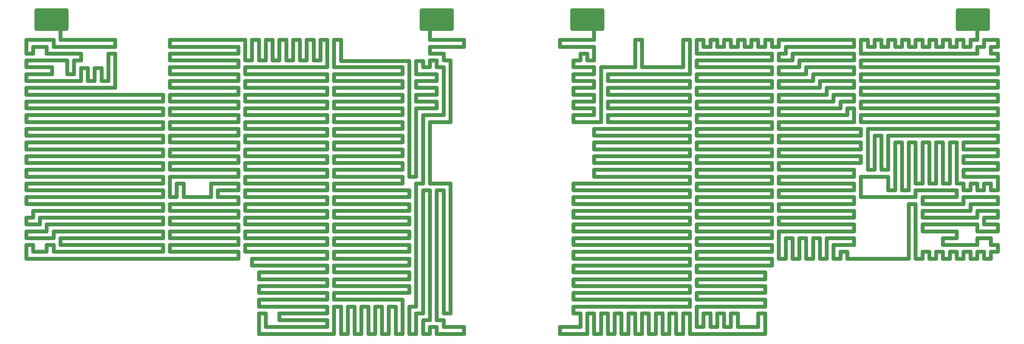
<source format=gtl>
G04 #@! TF.GenerationSoftware,KiCad,Pcbnew,(6.0.11-0)*
G04 #@! TF.CreationDate,2023-02-19T21:32:44+08:00*
G04 #@! TF.ProjectId,3.1HeatingElement,332e3148-6561-4746-996e-67456c656d65,rev?*
G04 #@! TF.SameCoordinates,Original*
G04 #@! TF.FileFunction,Copper,L1,Top*
G04 #@! TF.FilePolarity,Positive*
%FSLAX46Y46*%
G04 Gerber Fmt 4.6, Leading zero omitted, Abs format (unit mm)*
G04 Created by KiCad (PCBNEW (6.0.11-0)) date 2023-02-19 21:32:44*
%MOMM*%
%LPD*%
G01*
G04 APERTURE LIST*
G04 Aperture macros list*
%AMRoundRect*
0 Rectangle with rounded corners*
0 $1 Rounding radius*
0 $2 $3 $4 $5 $6 $7 $8 $9 X,Y pos of 4 corners*
0 Add a 4 corners polygon primitive as box body*
4,1,4,$2,$3,$4,$5,$6,$7,$8,$9,$2,$3,0*
0 Add four circle primitives for the rounded corners*
1,1,$1+$1,$2,$3*
1,1,$1+$1,$4,$5*
1,1,$1+$1,$6,$7*
1,1,$1+$1,$8,$9*
0 Add four rect primitives between the rounded corners*
20,1,$1+$1,$2,$3,$4,$5,0*
20,1,$1+$1,$4,$5,$6,$7,0*
20,1,$1+$1,$6,$7,$8,$9,0*
20,1,$1+$1,$8,$9,$2,$3,0*%
G04 Aperture macros list end*
G04 #@! TA.AperFunction,SMDPad,CuDef*
%ADD10RoundRect,0.600000X-3.900000X2.400000X-3.900000X-2.400000X3.900000X-2.400000X3.900000X2.400000X0*%
G04 #@! TD*
G04 #@! TA.AperFunction,Conductor*
%ADD11C,1.000000*%
G04 #@! TD*
G04 APERTURE END LIST*
D10*
X128200000Y-54400000D03*
X167800000Y-54400000D03*
X26800000Y-54400000D03*
X269200000Y-54400000D03*
D11*
X56200000Y-86800000D02*
X56200000Y-85000000D01*
X164200000Y-68800000D02*
X164200000Y-70600000D01*
X99400000Y-119200000D02*
X79600000Y-119200000D01*
X229000000Y-117400000D02*
X230800000Y-117400000D01*
X232600000Y-117400000D02*
X234400000Y-117400000D01*
X79600000Y-119200000D02*
X79600000Y-117400000D01*
X238000000Y-65200000D02*
X223600000Y-65200000D01*
X196600000Y-88600000D02*
X196600000Y-86800000D01*
X128200000Y-99400000D02*
X128200000Y-133600000D01*
X77800000Y-67000000D02*
X99400000Y-67000000D01*
X205600000Y-135400000D02*
X203800000Y-135400000D01*
X76000000Y-88600000D02*
X58000000Y-88600000D01*
X194800000Y-115600000D02*
X164200000Y-115600000D01*
X274000000Y-113800000D02*
X274000000Y-112000000D01*
X166000000Y-65200000D02*
X164200000Y-65200000D01*
X234400000Y-76000000D02*
X234400000Y-77800000D01*
X252400000Y-117400000D02*
X252400000Y-103000000D01*
X214600000Y-128200000D02*
X196600000Y-128200000D01*
X274000000Y-99400000D02*
X275800000Y-99400000D01*
X76000000Y-86800000D02*
X76000000Y-88600000D01*
X265000000Y-97600000D02*
X266800000Y-97600000D01*
X169600000Y-83200000D02*
X169600000Y-85000000D01*
X126400000Y-63400000D02*
X130000000Y-63400000D01*
X76000000Y-81400000D02*
X58000000Y-81400000D01*
X92200000Y-59800000D02*
X90400000Y-59800000D01*
X79600000Y-65200000D02*
X77800000Y-65200000D01*
X274000000Y-112000000D02*
X270400000Y-112000000D01*
X160600000Y-137200000D02*
X167800000Y-137200000D01*
X56200000Y-81400000D02*
X20200000Y-81400000D01*
X76000000Y-101200000D02*
X76000000Y-103000000D01*
X99400000Y-110200000D02*
X99400000Y-108400000D01*
X194800000Y-76000000D02*
X173200000Y-76000000D01*
X169600000Y-74200000D02*
X169600000Y-76000000D01*
X218200000Y-101200000D02*
X238000000Y-101200000D01*
X243400000Y-61600000D02*
X243400000Y-59800000D01*
X261400000Y-113800000D02*
X261400000Y-112000000D01*
X121000000Y-130000000D02*
X122800000Y-130000000D01*
X220000000Y-117400000D02*
X220000000Y-112000000D01*
X128200000Y-137200000D02*
X128200000Y-135400000D01*
X94000000Y-59800000D02*
X94000000Y-65200000D01*
X20200000Y-67000000D02*
X20200000Y-65200000D01*
X196600000Y-92200000D02*
X196600000Y-90400000D01*
X275800000Y-99400000D02*
X275800000Y-95800000D01*
X77800000Y-74200000D02*
X99400000Y-74200000D01*
X194800000Y-101200000D02*
X164200000Y-101200000D01*
X101200000Y-83200000D02*
X101200000Y-85000000D01*
X77800000Y-106600000D02*
X99400000Y-106600000D01*
X238000000Y-72400000D02*
X230800000Y-72400000D01*
X256000000Y-61600000D02*
X257800000Y-61600000D01*
X77800000Y-77800000D02*
X99400000Y-77800000D01*
X218200000Y-117400000D02*
X220000000Y-117400000D01*
X101200000Y-117400000D02*
X121000000Y-117400000D01*
X239800000Y-81400000D02*
X239800000Y-79600000D01*
X229000000Y-72400000D02*
X229000000Y-70600000D01*
X169600000Y-79600000D02*
X164200000Y-79600000D01*
X58000000Y-94000000D02*
X76000000Y-94000000D01*
X20200000Y-106600000D02*
X22000000Y-106600000D01*
X239800000Y-72400000D02*
X275800000Y-72400000D01*
X121000000Y-115600000D02*
X101200000Y-115600000D01*
X90400000Y-59800000D02*
X90400000Y-65200000D01*
X101200000Y-85000000D02*
X119200000Y-85000000D01*
X256000000Y-59800000D02*
X256000000Y-61600000D01*
X77800000Y-86800000D02*
X77800000Y-85000000D01*
X81400000Y-130000000D02*
X81400000Y-128200000D01*
X239800000Y-67000000D02*
X239800000Y-65200000D01*
X119200000Y-77800000D02*
X119200000Y-79600000D01*
X58000000Y-61600000D02*
X76000000Y-61600000D01*
X29200000Y-112000000D02*
X56200000Y-112000000D01*
X212800000Y-59800000D02*
X212800000Y-61600000D01*
X256000000Y-110200000D02*
X256000000Y-108400000D01*
X56200000Y-77800000D02*
X20200000Y-77800000D01*
X202000000Y-135400000D02*
X200200000Y-135400000D01*
X43600000Y-59800000D02*
X29200000Y-59800000D01*
X275800000Y-65200000D02*
X275800000Y-63400000D01*
X20200000Y-110200000D02*
X25600000Y-110200000D01*
X265000000Y-59800000D02*
X266800000Y-59800000D01*
X22000000Y-63400000D02*
X20200000Y-63400000D01*
X20200000Y-101200000D02*
X56200000Y-101200000D01*
X202000000Y-61600000D02*
X203800000Y-61600000D01*
X194800000Y-131800000D02*
X194800000Y-137200000D01*
X266800000Y-94000000D02*
X275800000Y-94000000D01*
X211000000Y-59800000D02*
X212800000Y-59800000D01*
X76000000Y-85000000D02*
X58000000Y-85000000D01*
X121000000Y-95800000D02*
X121000000Y-65366462D01*
X81400000Y-122800000D02*
X81400000Y-121000000D01*
X196600000Y-68800000D02*
X216400000Y-68800000D01*
X76000000Y-110200000D02*
X58000000Y-110200000D01*
X261400000Y-115600000D02*
X261400000Y-117400000D01*
X196600000Y-130000000D02*
X214600000Y-130000000D01*
X194800000Y-106600000D02*
X194800000Y-108400000D01*
X81400000Y-137200000D02*
X81400000Y-131800000D01*
X128200000Y-76000000D02*
X128200000Y-77800000D01*
X216400000Y-79600000D02*
X216400000Y-77800000D01*
X272200000Y-117400000D02*
X274000000Y-117400000D01*
X164200000Y-110200000D02*
X194800000Y-110200000D01*
X86800000Y-133600000D02*
X86800000Y-131800000D01*
X275800000Y-113800000D02*
X274000000Y-113800000D01*
X216400000Y-112000000D02*
X216400000Y-110200000D01*
X56200000Y-112000000D02*
X56200000Y-110200000D01*
X248800000Y-86800000D02*
X250600000Y-86800000D01*
X238000000Y-61600000D02*
X220000000Y-61600000D01*
X223600000Y-112000000D02*
X225400000Y-112000000D01*
X56200000Y-74200000D02*
X20200000Y-74200000D01*
X121000000Y-103000000D02*
X121000000Y-104800000D01*
X218200000Y-88600000D02*
X218200000Y-90400000D01*
X261400000Y-97600000D02*
X263200000Y-97600000D01*
X27400000Y-110200000D02*
X27400000Y-112000000D01*
X20200000Y-90400000D02*
X56200000Y-90400000D01*
X230800000Y-74200000D02*
X218200000Y-74200000D01*
X196600000Y-76000000D02*
X216400000Y-76000000D01*
X101200000Y-122800000D02*
X101200000Y-124600000D01*
X216400000Y-63400000D02*
X196600000Y-63400000D01*
X169600000Y-94000000D02*
X169600000Y-95800000D01*
X20200000Y-99400000D02*
X20200000Y-97600000D01*
X164200000Y-117400000D02*
X194800000Y-117400000D01*
X218200000Y-65200000D02*
X221800000Y-65200000D01*
X58000000Y-106600000D02*
X58000000Y-108400000D01*
X214600000Y-61600000D02*
X214600000Y-59800000D01*
X160600000Y-135400000D02*
X160600000Y-137200000D01*
X196600000Y-113800000D02*
X196600000Y-112000000D01*
X221800000Y-63400000D02*
X238000000Y-63400000D01*
X76000000Y-106600000D02*
X58000000Y-106600000D01*
X194800000Y-70600000D02*
X194800000Y-72400000D01*
X194800000Y-137200000D02*
X214600000Y-137200000D01*
X99400000Y-67000000D02*
X99400000Y-59800000D01*
X268600000Y-117400000D02*
X270400000Y-117400000D01*
X20200000Y-113800000D02*
X22000000Y-113800000D01*
X166000000Y-135400000D02*
X160600000Y-135400000D01*
X239800000Y-68800000D02*
X275800000Y-68800000D01*
X99400000Y-99400000D02*
X99400000Y-97600000D01*
X169600000Y-77800000D02*
X169600000Y-79600000D01*
X254200000Y-103000000D02*
X254200000Y-117400000D01*
X229000000Y-70600000D02*
X238000000Y-70600000D01*
X121000000Y-112000000D02*
X101200000Y-112000000D01*
X122800000Y-65366462D02*
X122800000Y-68800000D01*
X194800000Y-121000000D02*
X194800000Y-122800000D01*
X194800000Y-94000000D02*
X169600000Y-94000000D01*
X256000000Y-103000000D02*
X256000000Y-101200000D01*
X167800000Y-131800000D02*
X169600000Y-131800000D01*
X193000000Y-131800000D02*
X194800000Y-131800000D01*
X270400000Y-112000000D02*
X270400000Y-113800000D01*
X216400000Y-65200000D02*
X216400000Y-63400000D01*
X241600000Y-61600000D02*
X243400000Y-61600000D01*
X101200000Y-121000000D02*
X121000000Y-121000000D01*
X218200000Y-59800000D02*
X238000000Y-59800000D01*
X20200000Y-92200000D02*
X20200000Y-90400000D01*
X99400000Y-135400000D02*
X99400000Y-133600000D01*
X27400000Y-115600000D02*
X56200000Y-115600000D01*
X27400000Y-61600000D02*
X43600000Y-61600000D01*
X101200000Y-97600000D02*
X101200000Y-99400000D01*
X58000000Y-103000000D02*
X58000000Y-104800000D01*
X194800000Y-122800000D02*
X164200000Y-122800000D01*
X216400000Y-103000000D02*
X196600000Y-103000000D01*
X259600000Y-61600000D02*
X261400000Y-61600000D01*
X25600000Y-115600000D02*
X25600000Y-113800000D01*
X256000000Y-115600000D02*
X257800000Y-115600000D01*
X86800000Y-131800000D02*
X99400000Y-131800000D01*
X22000000Y-106600000D02*
X22000000Y-104800000D01*
X238000000Y-103000000D02*
X218200000Y-103000000D01*
X196600000Y-101200000D02*
X216400000Y-101200000D01*
X218200000Y-67000000D02*
X218200000Y-68800000D01*
X124600000Y-97600000D02*
X124600000Y-79600000D01*
X196600000Y-126400000D02*
X214600000Y-126400000D01*
X207400000Y-131800000D02*
X205600000Y-131800000D01*
X214600000Y-59800000D02*
X216400000Y-59800000D01*
X176800000Y-137200000D02*
X178600000Y-137200000D01*
X252400000Y-86800000D02*
X254200000Y-86800000D01*
X275800000Y-95800000D02*
X266800000Y-95800000D01*
X239800000Y-79600000D02*
X275800000Y-79600000D01*
X76000000Y-99400000D02*
X70600000Y-99400000D01*
X61600000Y-101200000D02*
X68800000Y-101200000D01*
X29200000Y-59800000D02*
X29200000Y-54400000D01*
X101200000Y-90400000D02*
X101200000Y-92200000D01*
X270400000Y-110200000D02*
X275800000Y-110200000D01*
X103000000Y-65376462D02*
X103000000Y-59800000D01*
X216400000Y-81400000D02*
X196600000Y-81400000D01*
X83200000Y-59800000D02*
X83200000Y-65200000D01*
X76000000Y-65200000D02*
X76000000Y-67000000D01*
X128200000Y-67000000D02*
X128200000Y-65200000D01*
X230800000Y-112000000D02*
X238000000Y-112000000D01*
X196600000Y-106600000D02*
X196600000Y-104800000D01*
X266800000Y-90400000D02*
X275800000Y-90400000D01*
X135400000Y-137200000D02*
X128200000Y-137200000D01*
X101200000Y-126400000D02*
X101200000Y-128200000D01*
X101200000Y-79600000D02*
X101200000Y-81400000D01*
X225400000Y-117400000D02*
X227200000Y-117400000D01*
X274000000Y-63400000D02*
X274000000Y-61600000D01*
X85000000Y-65200000D02*
X85000000Y-59800000D01*
X20200000Y-94000000D02*
X56200000Y-94000000D01*
X173200000Y-68800000D02*
X173200000Y-70600000D01*
X101200000Y-110200000D02*
X121000000Y-110200000D01*
X212800000Y-61600000D02*
X214600000Y-61600000D01*
X239800000Y-86800000D02*
X239800000Y-88600000D01*
X194800000Y-97600000D02*
X164200000Y-97600000D01*
X254200000Y-86800000D02*
X254200000Y-97600000D01*
X259600000Y-97600000D02*
X259600000Y-86800000D01*
X256000000Y-117400000D02*
X256000000Y-115600000D01*
X101200000Y-115600000D02*
X101200000Y-117400000D01*
X261400000Y-112000000D02*
X265000000Y-112000000D01*
X218200000Y-72400000D02*
X229000000Y-72400000D01*
X58000000Y-70600000D02*
X58000000Y-72400000D01*
X124600000Y-79600000D02*
X130000000Y-79600000D01*
X275800000Y-72400000D02*
X275800000Y-70600000D01*
X182200000Y-137200000D02*
X182200000Y-131800000D01*
X56200000Y-90400000D02*
X56200000Y-88600000D01*
X189400000Y-131800000D02*
X191200000Y-131800000D01*
X58000000Y-110200000D02*
X58000000Y-112000000D01*
X275800000Y-77800000D02*
X239800000Y-77800000D01*
X275800000Y-106600000D02*
X275800000Y-104800000D01*
X160600000Y-61600000D02*
X169600000Y-61600000D01*
X218200000Y-83200000D02*
X239800000Y-83200000D01*
X164200000Y-81400000D02*
X171400000Y-81400000D01*
X200200000Y-59800000D02*
X202000000Y-59800000D01*
X266800000Y-92200000D02*
X266800000Y-90400000D01*
X117400000Y-137200000D02*
X117400000Y-130000000D01*
X252400000Y-61600000D02*
X254200000Y-61600000D01*
X275800000Y-83200000D02*
X275800000Y-81400000D01*
X218200000Y-92200000D02*
X218200000Y-94000000D01*
X239800000Y-95800000D02*
X247000000Y-95800000D01*
X254200000Y-117400000D02*
X256000000Y-117400000D01*
X32800000Y-65200000D02*
X34600000Y-65200000D01*
X58000000Y-115600000D02*
X76000000Y-115600000D01*
X239800000Y-85000000D02*
X218200000Y-85000000D01*
X236200000Y-117400000D02*
X252400000Y-117400000D01*
X194800000Y-77800000D02*
X194800000Y-79600000D01*
X130000000Y-65200000D02*
X131800000Y-65200000D01*
X22000000Y-104800000D02*
X56200000Y-104800000D01*
X58000000Y-88600000D02*
X58000000Y-90400000D01*
X266800000Y-101200000D02*
X266800000Y-103000000D01*
X36400000Y-67229389D02*
X34600000Y-67229389D01*
X22000000Y-61600000D02*
X22000000Y-63400000D01*
X56200000Y-92200000D02*
X20200000Y-92200000D01*
X167800000Y-137200000D02*
X167800000Y-131800000D01*
X56200000Y-88600000D02*
X20200000Y-88600000D01*
X77800000Y-112000000D02*
X77800000Y-110200000D01*
X209200000Y-61600000D02*
X211000000Y-61600000D01*
X20200000Y-88600000D02*
X20200000Y-86800000D01*
X173200000Y-77800000D02*
X194800000Y-77800000D01*
X119200000Y-81400000D02*
X119200000Y-83200000D01*
X194800000Y-74200000D02*
X194800000Y-76000000D01*
X274000000Y-97600000D02*
X274000000Y-99400000D01*
X164200000Y-72400000D02*
X164200000Y-74200000D01*
X238000000Y-77800000D02*
X238000000Y-81400000D01*
X79600000Y-117400000D02*
X99400000Y-117400000D01*
X99400000Y-133600000D02*
X86800000Y-133600000D01*
X101200000Y-112000000D02*
X101200000Y-113800000D01*
X119200000Y-137200000D02*
X117400000Y-137200000D01*
X196600000Y-122800000D02*
X214600000Y-122800000D01*
X56200000Y-83200000D02*
X56200000Y-81400000D01*
X99400000Y-92200000D02*
X99400000Y-90400000D01*
X196600000Y-119200000D02*
X216400000Y-119200000D01*
X239800000Y-92200000D02*
X218200000Y-92200000D01*
X275800000Y-61600000D02*
X275800000Y-59800000D01*
X101200000Y-72400000D02*
X101200000Y-74200000D01*
X196600000Y-83200000D02*
X216400000Y-83200000D01*
X25600000Y-108400000D02*
X56200000Y-108400000D01*
X196600000Y-72400000D02*
X216400000Y-72400000D01*
X20200000Y-85000000D02*
X20200000Y-83200000D01*
X56200000Y-106600000D02*
X23800000Y-106600000D01*
X58000000Y-77800000D02*
X58000000Y-79600000D01*
X203800000Y-61600000D02*
X203800000Y-59800000D01*
X261400000Y-59800000D02*
X263200000Y-59800000D01*
X77800000Y-70600000D02*
X99400000Y-70600000D01*
X275800000Y-85000000D02*
X247000000Y-85000000D01*
X266800000Y-61600000D02*
X268600000Y-61600000D01*
X247000000Y-59800000D02*
X248800000Y-59800000D01*
X216400000Y-115600000D02*
X216400000Y-113800000D01*
X99400000Y-90400000D02*
X77800000Y-90400000D01*
X164200000Y-76000000D02*
X164200000Y-77800000D01*
X221800000Y-117400000D02*
X223600000Y-117400000D01*
X247000000Y-99400000D02*
X248800000Y-99400000D01*
X58000000Y-104800000D02*
X76000000Y-104800000D01*
X205600000Y-59800000D02*
X205600000Y-61600000D01*
X76000000Y-63400000D02*
X58000000Y-63400000D01*
X99400000Y-112000000D02*
X77800000Y-112000000D01*
X216400000Y-106600000D02*
X196600000Y-106600000D01*
X76000000Y-113800000D02*
X58000000Y-113800000D01*
X106600000Y-130000000D02*
X104800000Y-130000000D01*
X124600000Y-133600000D02*
X126400000Y-133600000D01*
X27006941Y-68800000D02*
X27006941Y-67000000D01*
X175000000Y-131800000D02*
X176800000Y-131800000D01*
X239800000Y-76000000D02*
X275800000Y-76000000D01*
X238000000Y-59800000D02*
X238000000Y-61600000D01*
X266800000Y-97600000D02*
X266800000Y-99400000D01*
X238000000Y-63400000D02*
X238000000Y-65200000D01*
X76000000Y-90400000D02*
X76000000Y-92200000D01*
X43600000Y-63400000D02*
X41800000Y-63400000D01*
X58000000Y-72400000D02*
X76000000Y-72400000D01*
X218200000Y-68800000D02*
X225400000Y-68800000D01*
X191200000Y-137200000D02*
X193000000Y-137200000D01*
X218200000Y-108400000D02*
X238000000Y-108400000D01*
X126400000Y-67000000D02*
X124600000Y-67000000D01*
X238000000Y-112000000D02*
X238000000Y-113800000D01*
X238000000Y-68800000D02*
X227200000Y-68800000D01*
X202000000Y-59800000D02*
X202000000Y-61600000D01*
X101200000Y-67000000D02*
X119200000Y-67000000D01*
X76000000Y-97600000D02*
X76000000Y-99400000D01*
X99400000Y-103000000D02*
X99400000Y-101200000D01*
X194800000Y-119200000D02*
X164200000Y-119200000D01*
X169600000Y-76000000D02*
X164200000Y-76000000D01*
X196600000Y-65200000D02*
X216400000Y-65200000D01*
X234400000Y-117400000D02*
X234400000Y-115600000D01*
X169600000Y-95800000D02*
X194800000Y-95800000D01*
X121000000Y-121000000D02*
X121000000Y-122800000D01*
X34600000Y-70600000D02*
X20200000Y-70600000D01*
X126400000Y-133600000D02*
X126400000Y-99400000D01*
X234400000Y-77800000D02*
X218200000Y-77800000D01*
X77800000Y-68800000D02*
X77800000Y-67000000D01*
X128200000Y-54400000D02*
X126400000Y-54400000D01*
X41800000Y-70600000D02*
X40000000Y-70600000D01*
X205600000Y-131800000D02*
X205600000Y-135400000D01*
X173200000Y-70600000D02*
X194800000Y-70600000D01*
X86800000Y-59800000D02*
X86800000Y-65200000D01*
X164200000Y-126400000D02*
X164200000Y-128200000D01*
X164200000Y-112000000D02*
X164200000Y-113800000D01*
X99400000Y-94000000D02*
X77800000Y-94000000D01*
X194800000Y-128200000D02*
X194800000Y-130000000D01*
X238000000Y-76000000D02*
X234400000Y-76000000D01*
X94000000Y-65200000D02*
X92200000Y-65200000D01*
X126400000Y-97600000D02*
X131800000Y-97600000D01*
X126400000Y-54400000D02*
X126400000Y-59800000D01*
X265000000Y-86800000D02*
X265000000Y-97600000D01*
X20200000Y-97600000D02*
X56200000Y-97600000D01*
X101200000Y-70600000D02*
X119200000Y-70600000D01*
X131800000Y-81400000D02*
X126400000Y-81400000D01*
X101200000Y-137200000D02*
X81400000Y-137200000D01*
X275800000Y-94000000D02*
X275800000Y-92200000D01*
X266800000Y-95800000D02*
X266800000Y-94000000D01*
X275800000Y-90400000D02*
X275800000Y-88600000D01*
X275800000Y-59800000D02*
X272200000Y-59800000D01*
X173200000Y-72400000D02*
X173200000Y-74200000D01*
X121000000Y-108400000D02*
X101200000Y-108400000D01*
X97600000Y-65200000D02*
X95800000Y-65200000D01*
X99400000Y-81400000D02*
X99400000Y-79600000D01*
X265000000Y-101200000D02*
X265000000Y-99400000D01*
X58000000Y-81400000D02*
X58000000Y-83200000D01*
X265000000Y-61600000D02*
X265000000Y-59800000D01*
X256000000Y-104800000D02*
X268600000Y-104800000D01*
X266800000Y-115600000D02*
X268600000Y-115600000D01*
X99400000Y-124600000D02*
X99400000Y-122800000D01*
X196600000Y-124600000D02*
X196600000Y-122800000D01*
X99400000Y-128200000D02*
X99400000Y-126400000D01*
X101200000Y-104800000D02*
X101200000Y-106600000D01*
X171400000Y-81400000D02*
X171400000Y-67000000D01*
X173200000Y-79600000D02*
X173200000Y-81400000D01*
X230800000Y-72400000D02*
X230800000Y-74200000D01*
X263200000Y-61600000D02*
X265000000Y-61600000D01*
X173200000Y-76000000D02*
X173200000Y-77800000D01*
X41800000Y-63400000D02*
X41800000Y-70600000D01*
X216400000Y-95800000D02*
X196600000Y-95800000D01*
X216400000Y-101200000D02*
X216400000Y-99400000D01*
X121000000Y-137200000D02*
X121000000Y-130000000D01*
X275800000Y-92200000D02*
X266800000Y-92200000D01*
X88600000Y-59800000D02*
X86800000Y-59800000D01*
X173200000Y-74200000D02*
X194800000Y-74200000D01*
X259600000Y-59800000D02*
X259600000Y-61600000D01*
X77800000Y-81400000D02*
X99400000Y-81400000D01*
X265000000Y-110200000D02*
X256000000Y-110200000D01*
X198400000Y-131800000D02*
X198400000Y-135400000D01*
X238000000Y-108400000D02*
X238000000Y-110200000D01*
X241600000Y-59800000D02*
X241600000Y-61600000D01*
X70600000Y-101200000D02*
X76000000Y-101200000D01*
X218200000Y-85000000D02*
X218200000Y-86800000D01*
X124600000Y-137200000D02*
X124600000Y-133600000D01*
X268600000Y-115600000D02*
X268600000Y-117400000D01*
X121000000Y-126400000D02*
X101200000Y-126400000D01*
X254200000Y-101200000D02*
X239800000Y-101200000D01*
X257800000Y-97600000D02*
X259600000Y-97600000D01*
X265000000Y-112000000D02*
X265000000Y-110200000D01*
X120990000Y-65376462D02*
X103000000Y-65376462D01*
X180400000Y-131800000D02*
X180400000Y-137200000D01*
X101200000Y-128200000D02*
X119200000Y-128200000D01*
X218200000Y-86800000D02*
X239800000Y-86800000D01*
X81400000Y-126400000D02*
X81400000Y-124600000D01*
X81400000Y-128200000D02*
X99400000Y-128200000D01*
X20200000Y-95800000D02*
X20200000Y-94000000D01*
X243400000Y-59800000D02*
X245200000Y-59800000D01*
X266800000Y-59800000D02*
X266800000Y-61600000D01*
X236200000Y-79600000D02*
X236200000Y-77800000D01*
X99400000Y-70600000D02*
X99400000Y-68800000D01*
X77800000Y-76000000D02*
X77800000Y-74200000D01*
X56200000Y-97600000D02*
X56200000Y-95800000D01*
X218200000Y-76000000D02*
X232600000Y-76000000D01*
X254200000Y-99400000D02*
X254200000Y-101200000D01*
X20200000Y-68800000D02*
X27006941Y-68800000D01*
X268600000Y-104800000D02*
X268600000Y-103000000D01*
X239800000Y-101200000D02*
X239800000Y-95800000D01*
X166000000Y-63400000D02*
X166000000Y-65200000D01*
X216400000Y-72400000D02*
X216400000Y-70600000D01*
X274000000Y-117400000D02*
X274000000Y-115600000D01*
X77800000Y-88600000D02*
X99400000Y-88600000D01*
X31000000Y-65200000D02*
X31000000Y-68800000D01*
X196600000Y-90400000D02*
X216400000Y-90400000D01*
X173200000Y-137200000D02*
X175000000Y-137200000D01*
X58000000Y-83200000D02*
X76000000Y-83200000D01*
X130000000Y-99400000D02*
X128200000Y-99400000D01*
X275800000Y-110200000D02*
X275800000Y-108400000D01*
X70600000Y-99400000D02*
X70600000Y-101200000D01*
X216400000Y-99400000D02*
X196600000Y-99400000D01*
X56200000Y-110200000D02*
X27400000Y-110200000D01*
X108400000Y-137200000D02*
X106600000Y-137200000D01*
X216400000Y-113800000D02*
X196600000Y-113800000D01*
X135400000Y-61600000D02*
X126400000Y-61600000D01*
X250600000Y-99400000D02*
X252400000Y-99400000D01*
X259600000Y-86800000D02*
X261400000Y-86800000D01*
X205600000Y-61600000D02*
X207400000Y-61600000D01*
X275800000Y-88600000D02*
X266800000Y-88600000D01*
X58000000Y-108400000D02*
X76000000Y-108400000D01*
X194800000Y-79600000D02*
X173200000Y-79600000D01*
X164200000Y-124600000D02*
X194800000Y-124600000D01*
X194800000Y-103000000D02*
X194800000Y-104800000D01*
X122800000Y-131800000D02*
X122800000Y-137200000D01*
X218200000Y-97600000D02*
X238000000Y-97600000D01*
X117400000Y-130000000D02*
X115600000Y-130000000D01*
X58000000Y-86800000D02*
X76000000Y-86800000D01*
X218200000Y-90400000D02*
X239800000Y-90400000D01*
X90400000Y-65200000D02*
X88600000Y-65200000D01*
X20200000Y-81400000D02*
X20200000Y-79600000D01*
X135400000Y-135400000D02*
X135400000Y-137200000D01*
X270400000Y-63400000D02*
X239800000Y-63400000D01*
X56200000Y-103000000D02*
X20200000Y-103000000D01*
X218200000Y-63400000D02*
X218200000Y-65200000D01*
X238000000Y-104800000D02*
X238000000Y-106600000D01*
X196600000Y-97600000D02*
X216400000Y-97600000D01*
X27400000Y-112000000D02*
X20200000Y-112000000D01*
X254200000Y-61600000D02*
X254200000Y-59800000D01*
X124600000Y-65366462D02*
X122800000Y-65366462D01*
X196600000Y-59800000D02*
X198400000Y-59800000D01*
X256000000Y-97600000D02*
X256000000Y-86800000D01*
X79600000Y-59800000D02*
X79600000Y-65200000D01*
X265000000Y-117400000D02*
X266800000Y-117400000D01*
X76000000Y-79600000D02*
X76000000Y-81400000D01*
X194800000Y-104800000D02*
X164200000Y-104800000D01*
X99400000Y-79600000D02*
X77800000Y-79600000D01*
X121000000Y-101200000D02*
X101200000Y-101200000D01*
X196600000Y-63400000D02*
X196600000Y-59800000D01*
X56200000Y-108400000D02*
X56200000Y-106600000D01*
X216400000Y-104800000D02*
X216400000Y-103000000D01*
X56200000Y-95800000D02*
X20200000Y-95800000D01*
X22000000Y-113800000D02*
X22000000Y-115600000D01*
X171400000Y-131800000D02*
X173200000Y-131800000D01*
X239800000Y-90400000D02*
X239800000Y-92200000D01*
X265000000Y-99400000D02*
X254200000Y-99400000D01*
X257800000Y-59800000D02*
X259600000Y-59800000D01*
X194800000Y-88600000D02*
X194800000Y-90400000D01*
X76000000Y-108400000D02*
X76000000Y-110200000D01*
X76000000Y-74200000D02*
X58000000Y-74200000D01*
X99400000Y-88600000D02*
X99400000Y-86800000D01*
X119200000Y-79600000D02*
X101200000Y-79600000D01*
X115600000Y-130000000D02*
X115600000Y-137200000D01*
X178600000Y-131800000D02*
X180400000Y-131800000D01*
X194800000Y-92200000D02*
X194800000Y-94000000D01*
X182200000Y-131800000D02*
X184000000Y-131800000D01*
X196600000Y-128200000D02*
X196600000Y-126400000D01*
X81400000Y-131800000D02*
X83200000Y-131800000D01*
X218200000Y-110200000D02*
X218200000Y-117400000D01*
X83200000Y-135400000D02*
X99400000Y-135400000D01*
X164200000Y-65200000D02*
X164200000Y-67000000D01*
X196600000Y-121000000D02*
X196600000Y-119200000D01*
X200200000Y-61600000D02*
X200200000Y-59800000D01*
X99400000Y-104800000D02*
X77800000Y-104800000D01*
X101200000Y-86800000D02*
X101200000Y-88600000D01*
X58000000Y-85000000D02*
X58000000Y-86800000D01*
X101200000Y-59800000D02*
X101200000Y-67000000D01*
X254200000Y-97600000D02*
X256000000Y-97600000D01*
X275800000Y-79600000D02*
X275800000Y-77800000D01*
X196600000Y-67000000D02*
X196600000Y-65200000D01*
X263200000Y-115600000D02*
X265000000Y-115600000D01*
X261400000Y-61600000D02*
X261400000Y-59800000D01*
X76000000Y-94000000D02*
X76000000Y-95800000D01*
X216400000Y-97600000D02*
X216400000Y-95800000D01*
X122800000Y-97600000D02*
X124600000Y-97600000D01*
X194800000Y-124600000D02*
X194800000Y-126400000D01*
X56200000Y-104800000D02*
X56200000Y-103000000D01*
X58000000Y-79600000D02*
X76000000Y-79600000D01*
X257800000Y-61600000D02*
X257800000Y-59800000D01*
X256000000Y-108400000D02*
X270400000Y-108400000D01*
X76000000Y-83200000D02*
X76000000Y-85000000D01*
X164200000Y-67000000D02*
X169600000Y-67000000D01*
X25600000Y-113800000D02*
X27400000Y-113800000D01*
X239800000Y-88600000D02*
X218200000Y-88600000D01*
X203800000Y-131800000D02*
X202000000Y-131800000D01*
X166000000Y-131800000D02*
X166000000Y-135400000D01*
X130000000Y-133600000D02*
X130000000Y-135400000D01*
X263200000Y-86800000D02*
X265000000Y-86800000D01*
X85000000Y-59800000D02*
X83200000Y-59800000D01*
X56200000Y-113800000D02*
X29200000Y-113800000D01*
X238000000Y-74200000D02*
X238000000Y-76000000D01*
X101200000Y-88600000D02*
X119200000Y-88600000D01*
X101200000Y-74200000D02*
X119200000Y-74200000D01*
X182200000Y-59800000D02*
X182200000Y-67000000D01*
X193000000Y-137200000D02*
X193000000Y-131800000D01*
X270400000Y-115600000D02*
X272200000Y-115600000D01*
X101200000Y-101200000D02*
X101200000Y-103000000D01*
X99400000Y-121000000D02*
X99400000Y-119200000D01*
X164200000Y-121000000D02*
X194800000Y-121000000D01*
X225400000Y-67000000D02*
X238000000Y-67000000D01*
X20200000Y-76000000D02*
X56200000Y-76000000D01*
X130000000Y-67000000D02*
X128200000Y-67000000D01*
X272200000Y-97600000D02*
X274000000Y-97600000D01*
X256000000Y-101200000D02*
X265000000Y-101200000D01*
X20200000Y-70600000D02*
X20200000Y-68800000D01*
X121000000Y-113800000D02*
X121000000Y-115600000D01*
X101200000Y-113800000D02*
X121000000Y-113800000D01*
X164200000Y-106600000D02*
X194800000Y-106600000D01*
X121000000Y-106600000D02*
X121000000Y-108400000D01*
X239800000Y-77800000D02*
X239800000Y-76000000D01*
X119200000Y-74200000D02*
X119200000Y-76000000D01*
X99400000Y-126400000D02*
X81400000Y-126400000D01*
X128200000Y-70600000D02*
X122800000Y-70600000D01*
X268600000Y-59800000D02*
X270400000Y-59800000D01*
X239800000Y-65200000D02*
X275800000Y-65200000D01*
X196600000Y-70600000D02*
X196600000Y-68800000D01*
X196600000Y-79600000D02*
X216400000Y-79600000D01*
X247000000Y-61600000D02*
X247000000Y-59800000D01*
X227200000Y-117400000D02*
X227200000Y-112000000D01*
X218200000Y-106600000D02*
X218200000Y-108400000D01*
X99400000Y-74200000D02*
X99400000Y-72400000D01*
X194800000Y-68800000D02*
X173200000Y-68800000D01*
X128200000Y-74200000D02*
X122800000Y-74200000D01*
X243400000Y-94000000D02*
X241600000Y-94000000D01*
X32800000Y-68800000D02*
X32800000Y-65200000D01*
X238000000Y-101200000D02*
X238000000Y-103000000D01*
X245200000Y-59800000D02*
X245200000Y-61600000D01*
X196600000Y-112000000D02*
X216400000Y-112000000D01*
X122800000Y-137200000D02*
X121000000Y-137200000D01*
X184000000Y-131800000D02*
X184000000Y-137200000D01*
X230800000Y-117400000D02*
X230800000Y-112000000D01*
X216400000Y-67000000D02*
X196600000Y-67000000D01*
X214600000Y-130000000D02*
X214600000Y-128200000D01*
X268600000Y-103000000D02*
X275800000Y-103000000D01*
X223600000Y-117400000D02*
X223600000Y-112000000D01*
X275800000Y-67000000D02*
X239800000Y-67000000D01*
X27006941Y-67000000D02*
X20200000Y-67000000D01*
X272200000Y-61600000D02*
X270400000Y-61600000D01*
X248800000Y-61600000D02*
X250600000Y-61600000D01*
X164200000Y-131800000D02*
X166000000Y-131800000D01*
X164200000Y-128200000D02*
X194800000Y-128200000D01*
X164200000Y-130000000D02*
X164200000Y-131800000D01*
X220000000Y-61600000D02*
X220000000Y-63400000D01*
X207400000Y-59800000D02*
X209200000Y-59800000D01*
X101200000Y-76000000D02*
X101200000Y-77800000D01*
X119200000Y-90400000D02*
X101200000Y-90400000D01*
X22000000Y-115600000D02*
X25600000Y-115600000D01*
X76000000Y-77800000D02*
X58000000Y-77800000D01*
X77800000Y-110200000D02*
X99400000Y-110200000D01*
X81400000Y-124600000D02*
X99400000Y-124600000D01*
X198400000Y-59800000D02*
X198400000Y-61600000D01*
X88600000Y-65200000D02*
X88600000Y-59800000D01*
X101200000Y-94000000D02*
X101200000Y-95800000D01*
X270400000Y-61600000D02*
X270400000Y-63400000D01*
X198400000Y-135400000D02*
X196600000Y-135400000D01*
X275800000Y-81400000D02*
X239800000Y-81400000D01*
X266800000Y-88600000D02*
X266800000Y-86800000D01*
X247000000Y-94000000D02*
X245200000Y-94000000D01*
X169600000Y-86800000D02*
X169600000Y-88600000D01*
X99400000Y-122800000D02*
X81400000Y-122800000D01*
X23800000Y-106600000D02*
X23800000Y-108400000D01*
X58000000Y-95800000D02*
X58000000Y-101200000D01*
X20200000Y-103000000D02*
X20200000Y-101200000D01*
X103000000Y-59800000D02*
X101200000Y-59800000D01*
X77800000Y-92200000D02*
X99400000Y-92200000D01*
X270400000Y-113800000D02*
X261400000Y-113800000D01*
X227200000Y-112000000D02*
X229000000Y-112000000D01*
X218200000Y-74200000D02*
X218200000Y-76000000D01*
X232600000Y-74200000D02*
X238000000Y-74200000D01*
X180400000Y-137200000D02*
X182200000Y-137200000D01*
X31000000Y-68800000D02*
X32800000Y-68800000D01*
X77800000Y-90400000D02*
X77800000Y-88600000D01*
X121000000Y-119200000D02*
X101200000Y-119200000D01*
X20200000Y-63400000D02*
X20200000Y-59800000D01*
X218200000Y-79600000D02*
X236200000Y-79600000D01*
X239800000Y-74200000D02*
X239800000Y-72400000D01*
X77800000Y-104800000D02*
X77800000Y-103000000D01*
X77800000Y-101200000D02*
X77800000Y-99400000D01*
X187600000Y-137200000D02*
X189400000Y-137200000D01*
X216400000Y-77800000D02*
X196600000Y-77800000D01*
X99400000Y-130000000D02*
X81400000Y-130000000D01*
X122800000Y-70600000D02*
X122800000Y-72400000D01*
X76000000Y-104800000D02*
X76000000Y-106600000D01*
X43600000Y-72400000D02*
X43600000Y-63400000D01*
X99400000Y-131800000D02*
X99400000Y-130000000D01*
X20200000Y-72400000D02*
X43600000Y-72400000D01*
X119200000Y-94000000D02*
X101200000Y-94000000D01*
X101200000Y-92200000D02*
X119200000Y-92200000D01*
X95800000Y-65200000D02*
X95800000Y-59800000D01*
X209200000Y-59800000D02*
X209200000Y-61600000D01*
X110200000Y-137200000D02*
X110200000Y-130000000D01*
X77800000Y-99400000D02*
X99400000Y-99400000D01*
X99400000Y-97600000D02*
X77800000Y-97600000D01*
X232600000Y-76000000D02*
X232600000Y-74200000D01*
X214600000Y-131800000D02*
X212800000Y-131800000D01*
X101200000Y-119200000D02*
X101200000Y-121000000D01*
X245200000Y-94000000D02*
X245200000Y-85000000D01*
X167800000Y-65200000D02*
X167800000Y-63400000D01*
X86800000Y-65200000D02*
X85000000Y-65200000D01*
X167800000Y-54400000D02*
X169600000Y-54400000D01*
X169600000Y-72400000D02*
X164200000Y-72400000D01*
X238000000Y-106600000D02*
X218200000Y-106600000D01*
X216400000Y-70600000D02*
X196600000Y-70600000D01*
X218200000Y-95800000D02*
X218200000Y-97600000D01*
X77800000Y-83200000D02*
X77800000Y-81400000D01*
X92200000Y-65200000D02*
X92200000Y-59800000D01*
X119200000Y-88600000D02*
X119200000Y-90400000D01*
X101200000Y-81400000D02*
X119200000Y-81400000D01*
X216400000Y-86800000D02*
X216400000Y-85000000D01*
X196600000Y-103000000D02*
X196600000Y-101200000D01*
X164200000Y-70600000D02*
X169600000Y-70600000D01*
X241600000Y-94000000D02*
X241600000Y-83200000D01*
X250600000Y-59800000D02*
X252400000Y-59800000D01*
X121000000Y-117400000D02*
X121000000Y-119200000D01*
X29200000Y-113800000D02*
X29200000Y-112000000D01*
X257800000Y-86800000D02*
X257800000Y-97600000D01*
X99400000Y-113800000D02*
X99400000Y-112000000D01*
X103000000Y-137200000D02*
X103000000Y-130000000D01*
X164200000Y-97600000D02*
X164200000Y-99400000D01*
X77800000Y-103000000D02*
X99400000Y-103000000D01*
X76000000Y-61600000D02*
X76000000Y-63400000D01*
X121000000Y-99400000D02*
X121000000Y-101200000D01*
X56200000Y-99400000D02*
X20200000Y-99400000D01*
X239800000Y-59800000D02*
X241600000Y-59800000D01*
X270400000Y-54400000D02*
X269200000Y-54400000D01*
X196600000Y-77800000D02*
X196600000Y-76000000D01*
X99400000Y-72400000D02*
X77800000Y-72400000D01*
X185800000Y-137200000D02*
X185800000Y-131800000D01*
X34600000Y-67229389D02*
X34600000Y-70600000D01*
X110200000Y-130000000D02*
X108400000Y-130000000D01*
X58000000Y-112000000D02*
X76000000Y-112000000D01*
X99400000Y-76000000D02*
X77800000Y-76000000D01*
X196600000Y-104800000D02*
X216400000Y-104800000D01*
X184000000Y-137200000D02*
X185800000Y-137200000D01*
X194800000Y-95800000D02*
X194800000Y-97600000D01*
X275800000Y-108400000D02*
X272200000Y-108400000D01*
X216400000Y-74200000D02*
X196600000Y-74200000D01*
X259600000Y-115600000D02*
X261400000Y-115600000D01*
X268600000Y-97600000D02*
X270400000Y-97600000D01*
X20200000Y-83200000D02*
X56200000Y-83200000D01*
X232600000Y-113800000D02*
X232600000Y-117400000D01*
X218200000Y-70600000D02*
X218200000Y-72400000D01*
X121000000Y-122800000D02*
X101200000Y-122800000D01*
X247000000Y-85000000D02*
X247000000Y-94000000D01*
X194800000Y-86800000D02*
X169600000Y-86800000D01*
X243400000Y-85000000D02*
X243400000Y-94000000D01*
X20200000Y-65200000D02*
X31000000Y-65200000D01*
X167800000Y-63400000D02*
X166000000Y-63400000D01*
X214600000Y-137200000D02*
X214600000Y-131800000D01*
X164200000Y-103000000D02*
X194800000Y-103000000D01*
X193000000Y-59800000D02*
X194800000Y-59800000D01*
X76000000Y-67000000D02*
X58000000Y-67000000D01*
X61600000Y-97600000D02*
X61600000Y-101200000D01*
X20200000Y-117400000D02*
X20200000Y-113800000D01*
X227200000Y-68800000D02*
X227200000Y-70600000D01*
X216400000Y-59800000D02*
X216400000Y-61600000D01*
X238000000Y-81400000D02*
X218200000Y-81400000D01*
X218200000Y-77800000D02*
X218200000Y-79600000D01*
X216400000Y-94000000D02*
X216400000Y-92200000D01*
X99400000Y-68800000D02*
X77800000Y-68800000D01*
X236200000Y-77800000D02*
X238000000Y-77800000D01*
X97600000Y-59800000D02*
X97600000Y-65200000D01*
X77800000Y-97600000D02*
X77800000Y-95800000D01*
X121000000Y-104800000D02*
X101200000Y-104800000D01*
X202000000Y-131800000D02*
X202000000Y-135400000D01*
X20200000Y-74200000D02*
X20200000Y-72400000D01*
X81400000Y-65200000D02*
X81400000Y-59800000D01*
X234400000Y-115600000D02*
X236200000Y-115600000D01*
X169600000Y-67000000D02*
X169600000Y-68800000D01*
X194800000Y-59800000D02*
X194800000Y-68800000D01*
X178600000Y-137200000D02*
X178600000Y-131800000D01*
X220000000Y-112000000D02*
X221800000Y-112000000D01*
X112000000Y-137200000D02*
X110200000Y-137200000D01*
X77800000Y-79600000D02*
X77800000Y-77800000D01*
X38200000Y-70600000D02*
X36400000Y-70600000D01*
X77800000Y-113800000D02*
X99400000Y-113800000D01*
X130000000Y-135400000D02*
X135400000Y-135400000D01*
X25600000Y-61600000D02*
X22000000Y-61600000D01*
X275800000Y-103000000D02*
X275800000Y-101200000D01*
X77800000Y-72400000D02*
X77800000Y-70600000D01*
X203800000Y-135400000D02*
X203800000Y-131800000D01*
X27400000Y-113800000D02*
X27400000Y-115600000D01*
X256000000Y-86800000D02*
X257800000Y-86800000D01*
X180400000Y-59800000D02*
X182200000Y-59800000D01*
X56200000Y-76000000D02*
X56200000Y-74200000D01*
X122800000Y-72400000D02*
X128200000Y-72400000D01*
X68800000Y-97600000D02*
X76000000Y-97600000D01*
X175000000Y-137200000D02*
X175000000Y-131800000D01*
X25600000Y-63400000D02*
X25600000Y-61600000D01*
X101200000Y-99400000D02*
X121000000Y-99400000D01*
X212800000Y-131800000D02*
X212800000Y-135400000D01*
X20200000Y-77800000D02*
X20200000Y-76000000D01*
X77800000Y-85000000D02*
X99400000Y-85000000D01*
X83200000Y-65200000D02*
X81400000Y-65200000D01*
X58000000Y-67000000D02*
X58000000Y-68800000D01*
X124600000Y-131800000D02*
X122800000Y-131800000D01*
X56200000Y-101200000D02*
X56200000Y-99400000D01*
X270400000Y-99400000D02*
X272200000Y-99400000D01*
X126400000Y-59800000D02*
X135400000Y-59800000D01*
X180400000Y-67000000D02*
X180400000Y-59800000D01*
X56200000Y-94000000D02*
X56200000Y-92200000D01*
X266800000Y-86800000D02*
X275800000Y-86800000D01*
X108400000Y-130000000D02*
X108400000Y-137200000D01*
X104800000Y-137200000D02*
X103000000Y-137200000D01*
X196600000Y-74200000D02*
X196600000Y-72400000D01*
X196600000Y-99400000D02*
X196600000Y-97600000D01*
X275800000Y-70600000D02*
X239800000Y-70600000D01*
X104800000Y-130000000D02*
X104800000Y-137200000D01*
X99400000Y-77800000D02*
X99400000Y-76000000D01*
X101200000Y-103000000D02*
X121000000Y-103000000D01*
X238000000Y-95800000D02*
X218200000Y-95800000D01*
X196600000Y-85000000D02*
X196600000Y-83200000D01*
X130000000Y-63400000D02*
X130000000Y-65200000D01*
X191200000Y-131800000D02*
X191200000Y-137200000D01*
X216400000Y-85000000D02*
X196600000Y-85000000D01*
X164200000Y-113800000D02*
X194800000Y-113800000D01*
X265000000Y-115600000D02*
X265000000Y-117400000D01*
X68800000Y-101200000D02*
X68800000Y-97600000D01*
X119200000Y-95800000D02*
X119200000Y-97600000D01*
X34600000Y-63400000D02*
X25600000Y-63400000D01*
X76000000Y-70600000D02*
X58000000Y-70600000D01*
X76000000Y-72400000D02*
X76000000Y-74200000D01*
X252400000Y-103000000D02*
X254200000Y-103000000D01*
X212800000Y-135400000D02*
X207400000Y-135400000D01*
X76000000Y-103000000D02*
X58000000Y-103000000D01*
X20200000Y-108400000D02*
X20200000Y-106600000D01*
X194800000Y-126400000D02*
X164200000Y-126400000D01*
X275800000Y-74200000D02*
X239800000Y-74200000D01*
X274000000Y-61600000D02*
X275800000Y-61600000D01*
X196600000Y-108400000D02*
X216400000Y-108400000D01*
X164200000Y-74200000D02*
X169600000Y-74200000D01*
X252400000Y-99400000D02*
X252400000Y-86800000D01*
X115600000Y-137200000D02*
X113800000Y-137200000D01*
X77800000Y-95800000D02*
X99400000Y-95800000D01*
X193000000Y-67000000D02*
X193000000Y-59800000D01*
X164200000Y-115600000D02*
X164200000Y-117400000D01*
X119200000Y-97600000D02*
X101200000Y-97600000D01*
X221800000Y-65200000D02*
X221800000Y-63400000D01*
X263200000Y-97600000D02*
X263200000Y-86800000D01*
X207400000Y-61600000D02*
X207400000Y-59800000D01*
X194800000Y-72400000D02*
X173200000Y-72400000D01*
X185800000Y-131800000D02*
X187600000Y-131800000D01*
X58000000Y-92200000D02*
X58000000Y-94000000D01*
X126400000Y-81400000D02*
X126400000Y-97600000D01*
X238000000Y-110200000D02*
X218200000Y-110200000D01*
X99400000Y-117400000D02*
X99400000Y-115600000D01*
X250600000Y-61600000D02*
X250600000Y-59800000D01*
X194800000Y-113800000D02*
X194800000Y-115600000D01*
X56200000Y-85000000D02*
X20200000Y-85000000D01*
X121000000Y-110200000D02*
X121000000Y-112000000D01*
X216400000Y-117400000D02*
X196600000Y-117400000D01*
X221800000Y-112000000D02*
X221800000Y-117400000D01*
X83200000Y-131800000D02*
X83200000Y-135400000D01*
X59800000Y-97600000D02*
X61600000Y-97600000D01*
X239800000Y-70600000D02*
X239800000Y-68800000D01*
X196600000Y-117400000D02*
X196600000Y-115600000D01*
X275800000Y-101200000D02*
X266800000Y-101200000D01*
X225400000Y-68800000D02*
X225400000Y-67000000D01*
X164200000Y-104800000D02*
X164200000Y-106600000D01*
X257800000Y-115600000D02*
X257800000Y-117400000D01*
X164200000Y-79600000D02*
X164200000Y-81400000D01*
X169600000Y-54400000D02*
X169600000Y-59800000D01*
X27400000Y-59800000D02*
X27400000Y-61600000D01*
X263200000Y-117400000D02*
X263200000Y-115600000D01*
X119200000Y-85000000D02*
X119200000Y-86800000D01*
X203800000Y-59800000D02*
X205600000Y-59800000D01*
X270400000Y-104800000D02*
X270400000Y-106600000D01*
X223600000Y-65200000D02*
X223600000Y-67000000D01*
X196600000Y-86800000D02*
X216400000Y-86800000D01*
X58000000Y-76000000D02*
X76000000Y-76000000D01*
X101200000Y-95800000D02*
X119200000Y-95800000D01*
X248800000Y-99400000D02*
X248800000Y-86800000D01*
X238000000Y-94000000D02*
X238000000Y-95800000D01*
X58000000Y-90400000D02*
X76000000Y-90400000D01*
X119200000Y-128200000D02*
X119200000Y-137200000D01*
X274000000Y-115600000D02*
X275800000Y-115600000D01*
X126400000Y-135400000D02*
X126400000Y-137200000D01*
X128200000Y-68800000D02*
X128200000Y-70600000D01*
X275800000Y-115600000D02*
X275800000Y-113800000D01*
X171400000Y-137200000D02*
X171400000Y-131800000D01*
X126400000Y-137200000D02*
X124600000Y-137200000D01*
X131800000Y-97600000D02*
X131800000Y-131800000D01*
X119200000Y-68800000D02*
X101200000Y-68800000D01*
X99400000Y-83200000D02*
X77800000Y-83200000D01*
X76000000Y-68800000D02*
X76000000Y-70600000D01*
X216400000Y-90400000D02*
X216400000Y-88600000D01*
X99400000Y-101200000D02*
X77800000Y-101200000D01*
X119200000Y-86800000D02*
X101200000Y-86800000D01*
X169600000Y-70600000D02*
X169600000Y-72400000D01*
X58000000Y-74200000D02*
X58000000Y-76000000D01*
X216400000Y-76000000D02*
X216400000Y-74200000D01*
X194800000Y-110200000D02*
X194800000Y-112000000D01*
X272200000Y-115600000D02*
X272200000Y-117400000D01*
X259600000Y-117400000D02*
X259600000Y-115600000D01*
X218200000Y-94000000D02*
X238000000Y-94000000D01*
X36400000Y-70600000D02*
X36400000Y-67229389D01*
X113800000Y-130000000D02*
X112000000Y-130000000D01*
X216400000Y-110200000D02*
X196600000Y-110200000D01*
X275800000Y-63400000D02*
X274000000Y-63400000D01*
X196600000Y-115600000D02*
X216400000Y-115600000D01*
X164200000Y-108400000D02*
X164200000Y-110200000D01*
X238000000Y-67000000D02*
X238000000Y-68800000D01*
X56200000Y-79600000D02*
X56200000Y-77800000D01*
X198400000Y-61600000D02*
X200200000Y-61600000D01*
X40000000Y-67229389D02*
X38200000Y-67229389D01*
X99400000Y-108400000D02*
X77800000Y-108400000D01*
X122800000Y-130000000D02*
X122800000Y-97600000D01*
X128200000Y-135400000D02*
X126400000Y-135400000D01*
X266800000Y-99400000D02*
X268600000Y-99400000D01*
X214600000Y-126400000D02*
X214600000Y-124600000D01*
X214600000Y-122800000D02*
X214600000Y-121000000D01*
X245200000Y-85000000D02*
X243400000Y-85000000D01*
X20200000Y-86800000D02*
X56200000Y-86800000D01*
X268600000Y-99400000D02*
X268600000Y-97600000D01*
X207400000Y-135400000D02*
X207400000Y-131800000D01*
X119200000Y-70600000D02*
X119200000Y-72400000D01*
X128200000Y-65200000D02*
X126400000Y-65200000D01*
X101200000Y-106600000D02*
X121000000Y-106600000D01*
X239800000Y-83200000D02*
X239800000Y-85000000D01*
X270400000Y-117400000D02*
X270400000Y-115600000D01*
X275800000Y-104800000D02*
X270400000Y-104800000D01*
X34600000Y-65200000D02*
X34600000Y-63400000D01*
X122800000Y-76000000D02*
X128200000Y-76000000D01*
X266800000Y-103000000D02*
X256000000Y-103000000D01*
X225400000Y-112000000D02*
X225400000Y-117400000D01*
X218200000Y-103000000D02*
X218200000Y-104800000D01*
X99400000Y-85000000D02*
X99400000Y-83200000D01*
X124600000Y-67000000D02*
X124600000Y-65366462D01*
X122800000Y-74200000D02*
X122800000Y-76000000D01*
X77800000Y-115600000D02*
X77800000Y-113800000D01*
X76000000Y-95800000D02*
X58000000Y-95800000D01*
X76000000Y-92200000D02*
X58000000Y-92200000D01*
X245200000Y-61600000D02*
X247000000Y-61600000D01*
X77800000Y-108400000D02*
X77800000Y-106600000D01*
X101200000Y-108400000D02*
X101200000Y-110200000D01*
X272200000Y-108400000D02*
X272200000Y-106600000D01*
X81400000Y-59800000D02*
X79600000Y-59800000D01*
X38200000Y-67229389D02*
X38200000Y-70600000D01*
X216400000Y-92200000D02*
X196600000Y-92200000D01*
X101200000Y-124600000D02*
X121000000Y-124600000D01*
X122800000Y-77800000D02*
X122800000Y-95800000D01*
X131800000Y-65200000D02*
X131800000Y-81400000D01*
X20200000Y-59800000D02*
X27400000Y-59800000D01*
X126400000Y-61600000D02*
X126400000Y-63400000D01*
X261400000Y-86800000D02*
X261400000Y-97600000D01*
X23800000Y-108400000D02*
X20200000Y-108400000D01*
X216400000Y-88600000D02*
X196600000Y-88600000D01*
X194800000Y-81400000D02*
X194800000Y-83200000D01*
X77800000Y-59800000D02*
X58000000Y-59800000D01*
X58000000Y-101200000D02*
X59800000Y-101200000D01*
X81400000Y-121000000D02*
X99400000Y-121000000D01*
X43600000Y-61600000D02*
X43600000Y-59800000D01*
X227200000Y-70600000D02*
X218200000Y-70600000D01*
X58000000Y-65200000D02*
X76000000Y-65200000D01*
X239800000Y-63400000D02*
X239800000Y-59800000D01*
X261400000Y-117400000D02*
X263200000Y-117400000D01*
X270400000Y-106600000D02*
X256000000Y-106600000D01*
X194800000Y-112000000D02*
X164200000Y-112000000D01*
X106600000Y-137200000D02*
X106600000Y-130000000D01*
X263200000Y-59800000D02*
X263200000Y-61600000D01*
X101200000Y-68800000D02*
X101200000Y-70600000D01*
X247000000Y-95800000D02*
X247000000Y-99400000D01*
X250600000Y-86800000D02*
X250600000Y-99400000D01*
X200200000Y-135400000D02*
X200200000Y-131800000D01*
X135400000Y-59800000D02*
X135400000Y-61600000D01*
X101200000Y-77800000D02*
X119200000Y-77800000D01*
X214600000Y-124600000D02*
X196600000Y-124600000D01*
X121000000Y-65366462D02*
X120990000Y-65376462D01*
X196600000Y-135400000D02*
X196600000Y-130000000D01*
X169600000Y-90400000D02*
X169600000Y-92200000D01*
X99400000Y-86800000D02*
X77800000Y-86800000D01*
X194800000Y-117400000D02*
X194800000Y-119200000D01*
X238000000Y-70600000D02*
X238000000Y-72400000D01*
X119200000Y-76000000D02*
X101200000Y-76000000D01*
X169600000Y-61600000D02*
X169600000Y-65200000D01*
X268600000Y-61600000D02*
X268600000Y-59800000D01*
X248800000Y-59800000D02*
X248800000Y-61600000D01*
X252400000Y-59800000D02*
X252400000Y-61600000D01*
X194800000Y-90400000D02*
X169600000Y-90400000D01*
X169600000Y-68800000D02*
X164200000Y-68800000D01*
X131800000Y-131800000D02*
X130000000Y-131800000D01*
X171400000Y-67000000D02*
X180400000Y-67000000D01*
X214600000Y-121000000D02*
X196600000Y-121000000D01*
X196600000Y-95800000D02*
X196600000Y-94000000D01*
X211000000Y-61600000D02*
X211000000Y-59800000D01*
X270400000Y-108400000D02*
X270400000Y-110200000D01*
X56200000Y-115600000D02*
X56200000Y-113800000D01*
X176800000Y-131800000D02*
X176800000Y-137200000D01*
X194800000Y-85000000D02*
X194800000Y-86800000D01*
X122800000Y-68800000D02*
X128200000Y-68800000D01*
X266800000Y-117400000D02*
X266800000Y-115600000D01*
X256000000Y-106600000D02*
X256000000Y-104800000D01*
X236200000Y-115600000D02*
X236200000Y-117400000D01*
X218200000Y-99400000D02*
X218200000Y-101200000D01*
X272200000Y-59800000D02*
X272200000Y-61600000D01*
X101200000Y-130000000D02*
X101200000Y-137200000D01*
X275800000Y-86800000D02*
X275800000Y-85000000D01*
X194800000Y-108400000D02*
X164200000Y-108400000D01*
X119200000Y-92200000D02*
X119200000Y-94000000D01*
X218200000Y-61600000D02*
X218200000Y-59800000D01*
X20200000Y-79600000D02*
X56200000Y-79600000D01*
X254200000Y-59800000D02*
X256000000Y-59800000D01*
X194800000Y-99400000D02*
X194800000Y-101200000D01*
X40000000Y-70600000D02*
X40000000Y-67229389D01*
X216400000Y-108400000D02*
X216400000Y-106600000D01*
X169600000Y-65200000D02*
X167800000Y-65200000D01*
X119200000Y-83200000D02*
X101200000Y-83200000D01*
X238000000Y-99400000D02*
X218200000Y-99400000D01*
X169600000Y-137200000D02*
X171400000Y-137200000D01*
X58000000Y-68800000D02*
X76000000Y-68800000D01*
X229000000Y-112000000D02*
X229000000Y-117400000D01*
X218200000Y-81400000D02*
X218200000Y-83200000D01*
X77800000Y-94000000D02*
X77800000Y-92200000D01*
X200200000Y-131800000D02*
X198400000Y-131800000D01*
X241600000Y-83200000D02*
X275800000Y-83200000D01*
X99400000Y-95800000D02*
X99400000Y-94000000D01*
X169600000Y-92200000D02*
X194800000Y-92200000D01*
X257800000Y-117400000D02*
X259600000Y-117400000D01*
X122800000Y-95800000D02*
X121000000Y-95800000D01*
X58000000Y-113800000D02*
X58000000Y-115600000D01*
X99400000Y-106600000D02*
X99400000Y-104800000D01*
X59800000Y-101200000D02*
X59800000Y-97600000D01*
X76000000Y-115600000D02*
X76000000Y-117400000D01*
X164200000Y-122800000D02*
X164200000Y-124600000D01*
X173200000Y-131800000D02*
X173200000Y-137200000D01*
X169600000Y-131800000D02*
X169600000Y-137200000D01*
X113800000Y-137200000D02*
X113800000Y-130000000D01*
X196600000Y-110200000D02*
X196600000Y-108400000D01*
X25600000Y-110200000D02*
X25600000Y-108400000D01*
X216400000Y-61600000D02*
X218200000Y-61600000D01*
X103000000Y-130000000D02*
X101200000Y-130000000D01*
X189400000Y-137200000D02*
X189400000Y-131800000D01*
X160600000Y-59800000D02*
X160600000Y-61600000D01*
X119200000Y-72400000D02*
X101200000Y-72400000D01*
X58000000Y-63400000D02*
X58000000Y-65200000D01*
X196600000Y-81400000D02*
X196600000Y-79600000D01*
X95800000Y-59800000D02*
X94000000Y-59800000D01*
X126400000Y-99400000D02*
X124600000Y-99400000D01*
X169600000Y-59800000D02*
X160600000Y-59800000D01*
X128200000Y-72400000D02*
X128200000Y-74200000D01*
X29200000Y-54400000D02*
X26800000Y-54400000D01*
X130000000Y-131800000D02*
X130000000Y-99400000D01*
X128200000Y-77800000D02*
X122800000Y-77800000D01*
X169600000Y-85000000D02*
X194800000Y-85000000D01*
X194800000Y-83200000D02*
X169600000Y-83200000D01*
X169600000Y-88600000D02*
X194800000Y-88600000D01*
X20200000Y-112000000D02*
X20200000Y-110200000D01*
X99400000Y-115600000D02*
X77800000Y-115600000D01*
X164200000Y-101200000D02*
X164200000Y-103000000D01*
X99400000Y-59800000D02*
X97600000Y-59800000D01*
X275800000Y-76000000D02*
X275800000Y-74200000D01*
X216400000Y-83200000D02*
X216400000Y-81400000D01*
X58000000Y-59800000D02*
X58000000Y-61600000D01*
X77800000Y-65200000D02*
X77800000Y-59800000D01*
X275800000Y-68800000D02*
X275800000Y-67000000D01*
X128200000Y-133600000D02*
X130000000Y-133600000D01*
X126400000Y-65200000D02*
X126400000Y-67000000D01*
X164200000Y-99400000D02*
X194800000Y-99400000D01*
X218200000Y-104800000D02*
X238000000Y-104800000D01*
X194800000Y-130000000D02*
X164200000Y-130000000D01*
X272200000Y-99400000D02*
X272200000Y-97600000D01*
X238000000Y-97600000D02*
X238000000Y-99400000D01*
X270400000Y-97600000D02*
X270400000Y-99400000D01*
X112000000Y-130000000D02*
X112000000Y-137200000D01*
X196600000Y-94000000D02*
X216400000Y-94000000D01*
X121000000Y-124600000D02*
X121000000Y-126400000D01*
X173200000Y-81400000D02*
X194800000Y-81400000D01*
X238000000Y-113800000D02*
X232600000Y-113800000D01*
X119200000Y-67000000D02*
X119200000Y-68800000D01*
X182200000Y-67000000D02*
X193000000Y-67000000D01*
X220000000Y-63400000D02*
X218200000Y-63400000D01*
X164200000Y-119200000D02*
X164200000Y-121000000D01*
X164200000Y-77800000D02*
X169600000Y-77800000D01*
X130000000Y-79600000D02*
X130000000Y-67000000D01*
X76000000Y-117400000D02*
X20200000Y-117400000D01*
X76000000Y-112000000D02*
X76000000Y-113800000D01*
X124600000Y-99400000D02*
X124600000Y-131800000D01*
X270400000Y-59800000D02*
X270400000Y-54400000D01*
X216400000Y-119200000D02*
X216400000Y-117400000D01*
X187600000Y-131800000D02*
X187600000Y-137200000D01*
X272200000Y-106600000D02*
X275800000Y-106600000D01*
X216400000Y-68800000D02*
X216400000Y-67000000D01*
X223600000Y-67000000D02*
X218200000Y-67000000D01*
X76000000Y-76000000D02*
X76000000Y-77800000D01*
M02*

</source>
